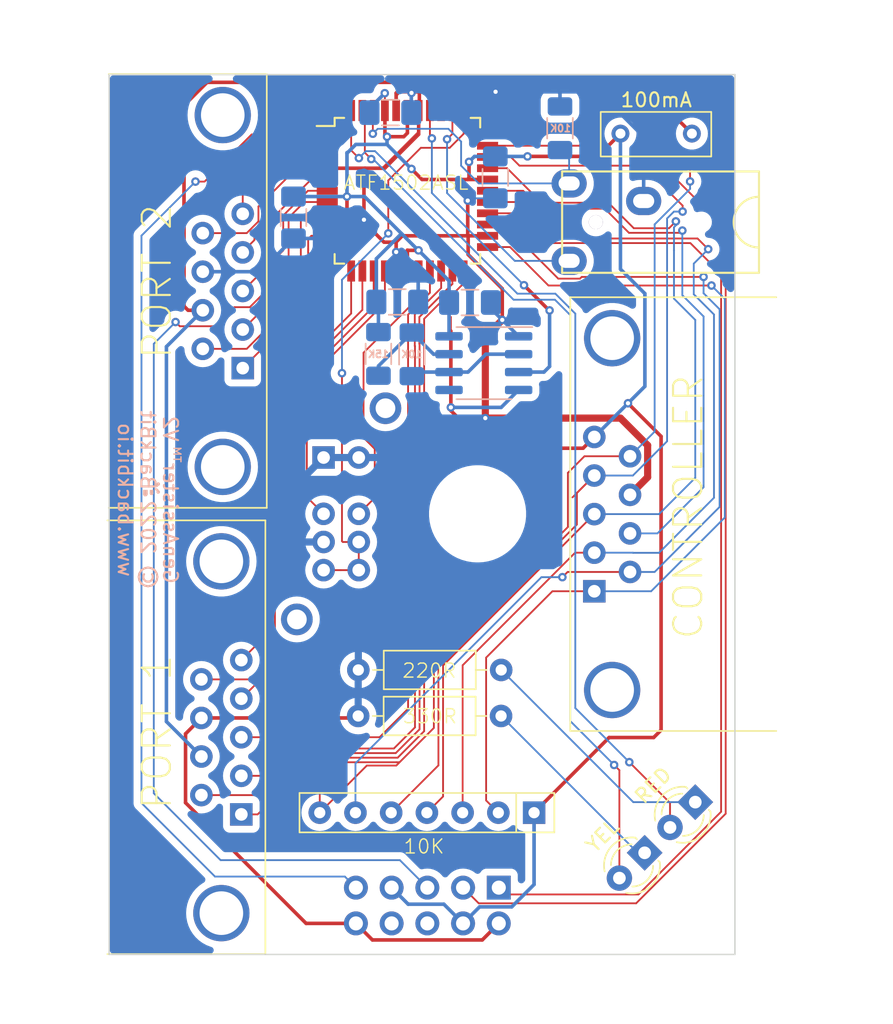
<source format=kicad_pcb>
(kicad_pcb (version 20221018) (generator pcbnew)
  (layers (0 "F.Cu" signal) (31 "B.Cu" signal) (34 "B.Paste" user) (35 "F.Paste" user) (36 "B.SilkS" user "B.Silkscreen") (37 "F.SilkS" user "F.Silkscreen") (38 "B.Mask" user) (39 "F.Mask" user) (44 "Edge.Cuts" user))
  (net 0 "")
  (net 1 "GND")
  (net 2 "VCC")
  (net 3 "DOWN")
  (net 4 "SELECT")
  (net 5 "UP")
  (net 6 "JOY1F2")
  (net 7 "JOY2F2")
  (net 8 "~{JOY1F}")
  (net 9 "~{JOY1R}")
  (net 10 "~{JOY1L}")
  (net 11 "~{JOY1D}")
  (net 12 "~{JOY1U}")
  (net 13 "~{JOY2F}")
  (net 14 "~{JOY2R}")
  (net 15 "~{JOY2L}")
  (net 16 "~{JOY2D}")
  (net 17 "~{JOY2U}")
  (net 18 "RIGHT")
  (net 19 "LEFT")
  (net 20 "TDI")
  (net 21 "TMS")
  (net 22 "TDO")
  (net 23 "TCK")
  (net 24 "STARTC")
  (net 25 "AB")
  (net 26 "JOY1F3")
  (net 27 "JOY2F3")
  (net 28 "SIG")
  (net 29 "SW1")
  (net 30 "ACT1")
  (net 31 "Net-(D1-K)")
  (net 32 "ACT2")
  (net 33 "Net-(D2-K)")
  (net 34 "MENU")
  (net 35 "LED")
  (net 36 "Net-(F1-Pad2)")
  (net 38 "~{SW2}")
  (net 40 "THRESH")
  (net 41 "DISCH")
  (net 42 "CLK")
  (net 43 "Net-(U3-CV)")
  (footprint "symbols:APEM_MHS233_2P3T" (layer "F.Cu") (at 98 101.5)
    (fp_text reference "U2" hide)
    (fp_text value "SW_DP3T" hide)
  )
  (footprint "symbols:DB9_FEMALE_D09S33E4GL00LF" (layer "F.Cu") (at 90.9 122.85 -90)
    (fp_text reference "JOUT1" hide)
    (fp_text value "DB9_Female" hide)
  )
  (footprint "symbols:DB9_FEMALE_D09S33E4GL00LF" (layer "F.Cu") (at 91 91.15 -90)
    (fp_text reference "JOUT2" hide)
    (fp_text value "DB9_Female" hide)
  )
  (footprint "MountingHole:MountingHole_6.4mm_M6" (layer "F.Cu") (at 107.7 101.5)
    (fp_text reference "H1" hide)
    (fp_text value "MountingHole" hide)
  )
  (footprint "AudioJack:STX-3000" (layer "F.Cu") (at 120.71 80.78 -90)
    (fp_text reference "J2" hide)
    (fp_text value "AudioJack3")
  )
  (footprint "Resistor_THT:R_Axial_DIN0207_L6.3mm_D2.5mm_P10.16mm_Horizontal" (layer "F.Cu") (at 99.21 115.86)
    (fp_text reference "R1" hide)
    (fp_text value "R" hide)
  )
  (footprint "LED_THT:LED_D3.0mm" (layer "F.Cu") (at 123.1798 121.97896 -135)
    (fp_text reference "D2" hide)
    (fp_text value "RED")
  )
  (footprint "LED_THT:LED_D3.0mm" (layer "F.Cu") (at 119.5798 125.57896 -135)
    (fp_text reference "D1" hide)
    (fp_text value "YEL")
  )
  (footprint "Connector_PinHeader_2.54mm:PinHeader_2x05_P2.54mm_Vertical" (layer "F.Cu") (at 109.2078 128.0536 -90)
    (fp_text reference "J1" hide)
    (fp_text value "AVR-JTAG-10" hide)
  )
  (footprint "Package_QFP:TQFP-44_10x10mm_P0.8mm" (layer "F.Cu") (at 102.71 78.55)
    (fp_text reference "U1" hide)
    (fp_text value "ATF1502AS" hide)
  )
  (footprint "symbols:Fuse" (layer "F.Cu") (at 117.86 74.49)
    (fp_text reference "F1" hide)
    (fp_text value "100mA")
  )
  (footprint "Resistor_THT:R_Array_SIP7" (layer "F.Cu") (at 111.71682 122.72838 180)
    (fp_text reference "RN1" hide)
    (fp_text value "10K" hide)
  )
  (footprint "Resistor_THT:R_Axial_DIN0207_L6.3mm_D2.5mm_P10.16mm_Horizontal" (layer "F.Cu") (at 99.22 112.59)
    (fp_text reference "R2" hide)
    (fp_text value "R" hide)
  )
  (footprint "symbols:DB9_MALE_D09P13B4PA00LF" (layer "B.Cu") (at 116 107 -90)
    (fp_text reference "JIN1" hide)
    (fp_text value "DB9_Male")
  )
  (footprint "Capacitor_SMD:C_1206_3216Metric_Pad1.42x1.75mm_HandSolder" (layer "B.Cu") (at 101.5 73)
    (fp_text reference "C1" hide)
    (fp_text value "C" hide)
  )
  (footprint "Capacitor_SMD:C_1206_3216Metric_Pad1.42x1.75mm_HandSolder" (layer "B.Cu") (at 101.99 86.45)
    (fp_text reference "C3" hide)
    (fp_text value "C" hide)
  )
  (footprint "Capacitor_SMD:C_1206_3216Metric_Pad1.42x1.75mm_HandSolder" (layer "B.Cu") (at 94.61 80.45 -90)
    (fp_text reference "C4" hide)
    (fp_text value "C" hide)
  )
  (footprint "Capacitor_SMD:C_1206_3216Metric_Pad1.42x1.75mm_HandSolder" (layer "B.Cu") (at 107.16 86.49)
    (fp_text reference "C5" hide)
    (fp_text value "C" hide)
  )
  (footprint "Capacitor_SMD:C_1206_3216Metric_Pad1.42x1.75mm_HandSolder" (layer "B.Cu") (at 108.96 77.6 -90)
    (fp_text reference "C2" hide)
    (fp_text value "C" hide)
  )
  (footprint "Resistor_SMD:R_1206_3216Metric_Pad1.30x1.75mm_HandSolder" (layer "B.Cu") (at 113.56 74.11 90)
    (fp_text reference "R4" hide)
    (fp_text value "10K")
  )
  (footprint "Resistor_SMD:R_1206_3216Metric_Pad1.30x1.75mm_HandSolder" (layer "B.Cu") (at 103.03 90.17 90)
    (fp_text reference "R3" hide)
    (fp_text value "10K")
  )
  (footprint "Resistor_SMD:R_1206_3216Metric_Pad1.30x1.75mm_HandSolder" (layer "B.Cu") (at 100.65 90.14 90)
    (fp_text reference "R5" hide)
    (fp_text value "15K")
  )
  (footprint "Package_SO:SOIC-8_3.9x4.9mm_P1.27mm" (layer "B.Cu") (at 108.145 90.795 180)
    (fp_text reference "U3" hide)
    (fp_text value "NE555D")
  )
  (gr_circle (center 84.077 100.1) (end 84.077 100.01) (stroke (width 0.15)) (fill none) (layer "B.SilkS"))
  (gr_circle (center 84.515 100.05) (end 84.515 99.973) (stroke (width 0.1)) (fill none) (layer "B.SilkS"))
  (gr_arc (start 84.968353 99.379775) (mid 84.924318 99.494941) (end 84.814679 99.551349) (stroke (width 0.15)) (layer "B.SilkS"))
  (gr_poly (pts (xy 84.64 99.8) (xy 84.39 99.8) (xy 84.39 100.075) (xy 84.64 100.075)) (fill solid) (layer "B.SilkS"))
  (gr_circle (center 84.99 99.95) (end 84.99 99.875) (stroke (width 0.1)) (fill none) (layer "B.SilkS"))
  (gr_arc (start 84.801562 99.752384) (mid 84.916728 99.796419) (end 84.973136 99.906058) (stroke (width 0.15)) (layer "B.SilkS"))
  (gr_circle (center 84.992773 99.38384) (end 84.992773 99.30884) (stroke (width 0.1)) (fill none) (layer "B.SilkS"))
  (gr_poly (pts (xy 84.24 99.8) (xy 83.915 99.8) (xy 83.915 100.125) (xy 84.24 100.125)) (fill solid) (layer "B.SilkS"))
  (gr_line (start 126 132.8) (end 81.5 132.8) (stroke (width 0.1)) (layer "Edge.Cuts"))
  (gr_line (start 126 70.3) (end 81.5 70.3) (stroke (width 0.1)) (layer "Edge.Cuts"))
  (gr_line (start 126 132.8) (end 126 70.3) (stroke (width 0.1)) (layer "Edge.Cuts"))
  (gr_line (start 81.5 132.8) (end 81.5 70.3) (stroke (width 0.1)) (layer "Edge.Cuts"))
  (gr_text "TM" (at 86.3346 97.282 270) (layer "B.SilkS") (effects (font (size 0.5 0.6) (thickness 0.1)) (justify mirror)))
  (gr_text "GenAssister  V2\n© 2022 BackBit\nwww.backbit.io\n" (at 84.247039 100.504429 -90) (layer "B.SilkS") (effects (font (size 1 1)) (justify mirror)))
  (gr_text "PORT 2" (at 84.9 85 90) (layer "F.SilkS") (effects (font (size 2 2))))
  (gr_text "PORT 1" (at 84.9 117 90) (layer "F.SilkS") (effects (font (size 2 2))))
  (gr_text "CONTROLLER" (at 122.682 101.0158 90) (layer "F.SilkS") (effects (font (size 2 2))))
  (gr_text "330R" (at 104.32 115.88) (layer "F.SilkS") (effects (font (size 1 1) (thickness 0.1))))
  (gr_text "10K" (at 103.89 125.13) (layer "F.SilkS") (effects (font (size 1 1) (thickness 0.1))))
  (gr_text "220R" (at 104.27 112.64) (layer "F.SilkS") (effects (font (size 1 1) (thickness 0.1))))
  (gr_text "ATF1502ASL" (at 102.616 77.978) (layer "F.SilkS") (effects (font (size 1 1) (thickness 0.1))))
  (segment (start 101.91 71.61) (end 101.91 72.85) (width 0.254) (layer "F.Cu") (net 1))
  (segment (start 101.91 71.83) (end 102.22 71.52) (width 0.127) (layer "F.Cu") (net 1))
  (segment (start 105.11 71.55) (end 105.14 71.52) (width 0.127) (layer "F.Cu") (net 1))
  (segment (start 101.1 76.95) (end 97.01 76.95) (width 0.254) (layer "F.Cu") (net 1))
  (segment (start 99.977902 76.95) (end 100.47 76.95) (width 0.127) (layer "F.Cu") (net 1))
  (segment (start 108.25 88.93) (end 109.455 87.725) (width 0.508) (layer "F.Cu") (net 1))
  (segment (start 86.933999 117.126001) (end 86.933999 122.020481) (width 0.254) (layer "F.Cu") (net 1))
  (segment (start 103.001624 71.601275) (end 103.082899 71.52) (width 0.254) (layer "F.Cu") (net 1))
  (segment (start 103.51 74.54) (end 101.1 76.95) (width 0.254) (layer "F.Cu") (net 1))
  (segment (start 103.56 72.8) (end 103.51 72.85) (width 0.254) (layer "F.Cu") (net 1))
  (segment (start 107 80.907902) (end 107 81.75) (width 0.127) (layer "F.Cu") (net 1))
  (segment (start 101.049519 82.206001) (end 99.62 80.776482) (width 0.254) (layer "F.Cu") (net 1))
  (segment (start 101.91 82.19) (end 101.666482 82.19) (width 0.254) (layer "F.Cu") (net 1))
  (segment (start 103.51 72.85) (end 103.51 74.54) (width 0.254) (layer "F.Cu") (net 1))
  (segment (start 119.793 96.633) (end 119.793 98.897) (width 0.508) (layer "F.Cu") (net 1))
  (segment (start 105.17 71.52) (end 103.56 71.52) (width 0.254) (layer "F.Cu") (net 1))
  (segment (start 103.56 71.52) (end 103.445 71.52) (width 0.254) (layer "F.Cu") (net 1))
  (segment (start 103.51 72.85) (end 103.51 74.35) (width 0.127) (layer "F.Cu") (net 1))
  (segment (start 117.86 94.7) (end 119.793 96.633) (width 0.508) (layer "F.Cu") (net 1))
  (segment (start 103.51 71.52) (end 105.14 71.52) (width 0.127) (layer "F.Cu") (net 1))
  (segment (start 105.17 71.52) (end 105.17 72.79) (width 0.254) (layer "F.Cu") (net 1))
  (segment (start 95.507118 130.5936) (end 99.0478 130.5936) (width 0.254) (layer "F.Cu") (net 1))
  (segment (start 109.455 87.725) (end 109.455 85.508966) (width 0.254) (layer "F.Cu") (net 1))
  (segment (start 102.22 71.52) (end 103.51 71.52) (width 0.127) (layer "F.Cu") (net 1))
  (segment (start 97.01 76.95) (end 99.7 76.95) (width 0.127) (layer "F.Cu") (net 1))
  (segment (start 88.06 116) (end 99.07 116) (width 0.254) (layer "F.Cu") (net 1))
  (segment (start 119.793 98.897) (end 118.54 100.15) (width 0.508) (layer "F.Cu") (net 1))
  (segment (start 101.650481 82.206001) (end 101.049519 82.206001) (width 0.254) (layer "F.Cu") (net 1))
  (segment (start 99.62 80.61) (end 99.62 77.03) (width 0.254) (layer "F.Cu") (net 1))
  (segment (start 103.56 71.52) (end 103.56 72.8) (width 0.254) (layer "F.Cu") (net 1))
  (segment (start 107 81.72) (end 107.03 81.75) (width 0.254) (layer "F.Cu") (net 1))
  (segment (start 106.17 71.52) (end 108.98 71.52) (width 0.127) (layer "F.Cu") (net 1))
  (segment (start 103.51 74.35) (end 100.91 76.95) (width 0.127) (layer "F.Cu") (net 1))
  (segment (start 108.41 81.75) (end 102.35 81.75) (width 0.254) (layer "F.Cu") (net 1))
  (segment (start 99.7 76.95) (end 99.977902 76.95) (width 0.127) (layer "F.Cu") (net 1))
  (segment (start 105.14 71.52) (end 106.17 71.52) (width 0.127) (layer "F.Cu") (net 1))
  (segment (start 101.91 72.85) (end 101.91 71.83) (width 0.127) (layer "F.Cu") (net 1))
  (segment (start 100.223801 131.769601) (end 108.031799 131.769601) (width 0.254) (layer "F.Cu") (net 1))
  (segment (start 108.25 94.7) (end 108.25 88.93) (width 0.508) (layer "F.Cu") (net 1))
  (segment (start 88.06 116) (end 86.933999 117.126001) (width 0.254) (layer "F.Cu") (net 1))
  (segment (start 105.11 72.85) (end 105.11 71.55) (width 0.127) (layer "F.Cu") (net 1))
  (segment (start 107.03 83.083966) (end 107.03 81.75) (width 0.254) (layer "F.Cu") (net 1))
  (segment (start 100.91 76.95) (end 100.47 76.95) (width 0.127) (layer "F.Cu") (net 1))
  (segment (start 108.41 81.75) (end 107 81.75) (width 0.127) (layer "F.Cu") (net 1))
  (segment (start 101.666482 82.19) (end 101.650481 82.206001) (width 0.254) (layer "F.Cu") (net 1))
  (segment (start 103.51 72.85) (end 103.51 71.52) (width 0.127) (layer "F.Cu") (net 1))
  (segment (start 107 79.25) (end 107 80.907902) (width 0.127) (layer "F.Cu") (net 1))
  (segment (start 109.455 85.508966) (end 107.03 83.083966) (width 0.254) (layer "F.Cu") (net 1))
  (segment (start 99.0478 130.5936) (end 100.223801 131.769601) (width 0.254) (layer "F.Cu") (net 1))
  (segment (start 108.41 81.75) (end 107.03 81.75) (width 0.127) (layer "F.Cu") (net 1))
  (segment (start 108.98 71.52) (end 105.17 71.52) (width 0.254) (layer "F.Cu") (net 1))
  (segment (start 101.91 82.19) (end 101.91 82.9) (width 0.254) (layer "F.Cu") (net 1))
  (segment (start 101.91 84.25) (end 101.91 82.9) (width 0.127) (layer "F.Cu") (net 1))
  (segment (start 108.031799 131.769601) (end 109.2078 130.5936) (width 0.254) (layer "F.Cu") (net 1))
  (segment (start 86.933999 122.020481) (end 95.507118 130.5936) (width 0.254) (layer "F.Cu") (net 1))
  (segment (start 99.07 116) (end 99.21 115.86) (width 0.254) (layer "F.Cu") (net 1))
  (segment (start 108.25 94.7) (end 117.86 94.7) (width 0.508) (layer "F.Cu") (net 1))
  (segment (start 102 71.52) (end 101.91 71.61) (width 0.254) (layer "F.Cu") (net 1))
  (segment (start 105.17 72.79) (end 105.11 72.85) (width 0.254) (layer "F.Cu") (net 1))
  (segment (start 103.445 71.52) (end 102 71.52) (width 0.254) (layer "F.Cu") (net 1))
  (segment (start 107 79.25) (end 107 81.72) (width 0.254) (layer "F.Cu") (net 1))
  (segment (start 102.35 81.75) (end 101.91 82.19) (width 0.254) (layer "F.Cu") (net 1))
  (segment (start 103.082899 71.52) (end 103.445 71.52) (width 0.254) (layer "F.Cu") (net 1))
  (segment (start 99.62 77.03) (end 99.7 76.95) (width 0.254) (layer "F.Cu") (net 1))
  (segment (start 99.62 80.776482) (end 99.62 80.61) (width 0.254) (layer "F.Cu") (net 1))
  (via (at 107 79.25) (size 0.6) (drill 0.3) (layers "F.Cu" "B.Cu") (net 1))
  (via (at 109.455 87.725) (size 0.6) (drill 0.3) (layers "F.Cu" "B.Cu") (net 1))
  (via (at 101.91 82.9) (size 0.6) (drill 0.3) (layers "F.Cu" "B.Cu") (net 1))
  (via (at 108.25 94.7) (size 0.6) (drill 0.3) (layers "F.Cu" "B.Cu") (net 1))
  (via (at 99.62 80.61) (size 0.6) (drill 0.3) (layers "F.Cu" "B.Cu") (net 1))
  (via (at 103.001624 71.601275) (size 0.6) (drill 0.3) (layers "F.Cu" "B.Cu") (net 1))
  (via (at 108.98 71.52) (size 0.6) (drill 0.3) (layers "F.Cu" "B.Cu") (net 1))
  (segment (start 119.51 79.28) (end 119.51 74.717718) (width 0.254) (layer "B.Cu") (net 1))
  (segment (start 108.6475 86.9175) (end 109.455 87.725) (width 0.254) (layer "B.Cu") (net 1))
  (segment (start 96.75 97.5) (end 99.25 97.5) (width 0.508) (layer "B.Cu") (net 1))
  (segment (start 103.4775 84.4675) (end 101.91 82.9) (width 0.254) (layer "B.Cu") (net 1))
  (segment (start 113.46 71.52) (end 108.98 71.52) (width 0.254) (layer "B.Cu") (net 1))
  (segment (start 98.2925 81.9375) (end 99.62 80.61) (width 0.254) (layer "B.Cu") (net 1))
  (segment (start 108.98 71.52) (end 113.64 71.52) (width 0.127) (layer "B.Cu") (net 1))
  (segment (start 102.9875 71.615399) (end 103.001624 71.601275) (width 0.254) (layer "B.Cu") (net 1))
  (segment (start 102.9875 73) (end 102.9875 71.615399) (width 0.254) (layer "B.Cu") (net 1))
  (segment (start 94.775 103.5) (end 94.775 106) (width 0.508) (layer "B.Cu") (net 1))
  (segment (start 94.775 106) (end 99.22 110.445) (width 0.508) (layer "B.Cu") (net 1))
  (segment (start 88.16 84.3) (end 92.2475 84.3) (width 0.254) (layer "B.Cu") (net 1))
  (segment (start 99.21 112.6) (end 99.22 112.59) (width 0.508) (layer "B.Cu") (net 1))
  (segment (start 92.2475 84.3) (end 94.61 81.9375) (width 0.254) (layer "B.Cu") (net 1))
  (segment (start 103.63 95.28) (end 104.21 94.7) (width 0.508) (layer "B.Cu") (net 1))
  (segment (start 99.22 110.445) (end 99.22 112.59) (width 0.508) (layer "B.Cu") (net 1))
  (segment (start 96.75 97.5) (end 94.775 99.475) (width 0.508) (layer "B.Cu") (net 1))
  (segment (start 107.1625 79.0875) (end 107 79.25) (width 0.127) (layer "B.Cu") (net 1))
  (segment (start 94.775 99.475) (end 94.775 103.5) (width 0.508) (layer "B.Cu") (net 1))
  (segment (start 113.56 72.56) (end 113.56 71.62) (width 0.254) (layer "B.Cu") (net 1))
  (segment (start 113.56 71.62) (end 113.46 71.52) (width 0.254) (layer "B.Cu") (net 1))
  (segment (start 113.56 71.6) (end 113.64 71.52) (width 0.127) (layer "B.Cu") (net 1))
  (segment (start 109.455 87.725) (end 110.62 88.89) (width 0.254) (layer "B.Cu") (net 1))
  (segment (start 104.21 94.7) (end 108.25 94.7) (width 0.508) (layer "B.Cu") (net 1))
  (segment (start 94.61 81.9375) (end 98.2925 81.9375) (width 0.254) (layer "B.Cu") (net 1))
  (segment (start 108.96 79.0875) (end 107.1625 79.0875) (width 0.127) (layer "B.Cu") (net 1))
  (segment (start 108.6475 86.49) (end 108.6475 86.9175) (width 0.254) (layer "B.Cu") (net 1))
  (segment (start 99.21 115.86) (end 99.21 112.6) (width 0.508) (layer "B.Cu") (net 1))
  (segment (start 119.51 74.717718) (end 116.312282 71.52) (width 0.254) (layer "B.Cu") (net 1))
  (segment (start 101.41 97.5) (end 103.63 95.28) (width 0.508) (layer "B.Cu") (net 1))
  (segment (start 99.25 97.5) (end 101.41 97.5) (width 0.508) (layer "B.Cu") (net 1))
  (segment (start 95.15 103.5) (end 94.775 103.5) (width 0.508) (layer "B.Cu") (net 1))
  (segment (start 116.312282 71.52) (end 113.46 71.52) (width 0.254) (layer "B.Cu") (net 1))
  (segment (start 103.502974 86.424526) (end 103.4775 86.45) (width 0.254) (layer "B.Cu") (net 1))
  (segment (start 113.56 72.56) (end 113.56 71.6) (width 0.127) (layer "B.Cu") (net 1))
  (segment (start 103.4775 86.45) (end 103.4775 84.4675) (width 0.254) (layer "B.Cu") (net 1))
  (segment (start 96.75 103.5) (end 95.15 103.5) (width 0.508) (layer "B.Cu") (net 1))
  (segment (start 107.091001 76.5) (end 107.091001 77.638999) (width 0.254) (layer "F.Cu") (net 2))
  (segment (start 117.86 74.49) (end 116.24 76.11) (width 0.254) (layer "F.Cu") (net 2))
  (segment (start 102.722796 82.782796) (end 103.502974 82.782796) (width 0.254) (layer "F.Cu") (net 2))
  (segment (start 115.200001 96.839999) (end 116 96.04) (width 0.254) (layer "F.Cu") (net 2))
  (segment (start 103.75 77.75) (end 103 77) (width 0.254) (layer "F.Cu") (net 2))
  (segment (start 105.8 88.51) (end 105.8 93.94) (width 0.254) (layer "F.Cu") (net 2))
  (segment (start 102.71 84.25) (end 102.71 82.77) (width 0.254) (layer "F.Cu") (net 2))
  (segment (start 105.8 93.17) (end 105.8 87.51) (width 0.127) (layer "F.Cu") (net 2))
  (segment (start 101.11 74.56) (end 101.26 74.71) (width 0.254) (layer "F.Cu") (net 2))
  (segment (start 107.091001 77.638999) (end 106.98 77.75) (width 0.254) (layer "F.Cu") (net 2))
  (segment (start 105.8 93.94) (end 105.8 94.17) (width 0.254) (layer "F.Cu") (net 2))
  (segment (start 117.0552 117.39) (end 120.22 117.39) (width 0.254) (layer "F.Cu") (net 2))
  (segment (start 102.45 74.71) (end 101.26 74.71) (width 0.254) (layer "F.Cu") (net 2))
  (segment (start 106.98 77.75) (end 103.75 77.75) (width 0.127) (layer "F.Cu") (net 2))
  (segment (start 120.75 96) (end 118.395 93.645) (width 0.254) (layer "F.Cu") (net 2))
  (segment (start 101.11 72.85) (end 101.11 71.63) (width 0.127) (layer "F.Cu") (net 2))
  (segment (start 120.75 116.86) (end 120.75 96) (width 0.254) (layer "F.Cu") (net 2))
  (segment (start 105.8 94.17) (end 108.469999 96.839999) (width 0.254) (layer "F.Cu") (net 2))
  (segment (start 101.11 72.85) (end 101.11 74.56) (width 0.254) (layer "F.Cu") (net 2))
  (segment (start 108.469999 96.839999) (end 115.200001 96.839999) (width 0.254) (layer "F.Cu") (net 2))
  (segment (start 116.24 76.11) (end 111.25 76.11) (width 0.254) (layer "F.Cu") (net 2))
  (segment (start 102.71 82.77) (end 102.722796 82.782796) (width 0.254) (layer "F.Cu") (net 2))
  (segment (start 98.28 80.95) (end 98.4125 80.8175) (width 0.254) (layer "F.Cu") (net 2))
  (segment (start 120.22 117.39) (end 120.75 116.86) (width 0.254) (layer "F.Cu") (net 2))
  (segment (start 98.4125 80.8175) (end 98.4125 78.9625) (width 0.254) (layer "F.Cu") (net 2))
  (segment (start 97.01 80.95) (end 98.28 80.95) (width 0.254) (layer "F.Cu") (net 2))
  (segment (start 101.11 71.63) (end 101.1 71.62) (width 0.127) (layer "F.Cu") (net 2))
  (segment (start 106.98 77.75) (end 108.41 77.75) (width 0.127) (layer "F.Cu") (net 2))
  (segment (start 108.41 77.75) (end 103.75 77.75) (width 0.254) (layer "F.Cu") (net 2))
  (segment (start 111.71682 122.72838) (end 117.0552 117.39) (width 0.254) (layer "F.Cu") (net 2))
  (segment (start 102.71 74.45) (end 102.45 74.71) (width 0.254) (layer "F.Cu") (net 2))
  (segment (start 102.71 72.85) (end 102.71 74.45) (width 0.254) (layer "F.Cu") (net 2))
  (via (at 98.4125 78.9625) (size 0.6) (drill 0.3) (layers "F.Cu" "B.Cu") (net 2))
  (via (at 103 77) (size 0.6) (drill 0.3) (layers "F.Cu" "B.Cu") (net 2))
  (via (at 101.1 71.62) (size 0.6) (drill 0.3) (layers "F.Cu" "B.Cu") (net 2))
  (via (at 118.395 93.645) (size 0.6) (drill 0.3) (layers "F.Cu" "B.Cu") (net 2))
  (via (at 103.502974 82.782796) (size 0.6) (drill 0.3) (layers "F.Cu" "B.Cu") (net 2))
  (via (at 105.8 93.94) (size 0.6) (drill 0.3) (layers "F.Cu" "B.Cu") (net 2))
  (via (at 101.26 74.71) (size 0.6) (drill 0.3) (layers "F.Cu" "B.Cu") (net 2))
  (via (at 111.25 76.11) (size 0.6) (drill 0.3) (layers "F.Cu" "B.Cu") (net 2))
  (via (at 107.091001 76.5) (size 0.6) (drill 0.3) (layers "F.Cu" "B.Cu") (net 2))
  (segment (start 101.26 75.26) (end 99.04 75.26) (width 0.254) (layer "B.Cu") (net 2))
  (segment (start 102.308241 81.611759) (end 103.479278 82.782796) (width 0.254) (layer "B.Cu") (net 2))
  (segment (start 107.478501 76.1125) (end 107.091001 76.5) (width 0.254) (layer "B.Cu") (net 2))
  (segment (start 106.6678 130.5936) (end 105.303801 129.229601) (width 0.254) (layer "B.Cu") (net 2))
  (segment (start 100.65 88.59) (end 100.65 86.5975) (width 0.254) (layer "B.Cu") (net 2))
  (segment (start 105.6725 86.49) (end 105.6725 88.8875) (width 0.254) (layer "B.Cu") (net 2))
  (segment (start 105.6725 86.49) (end 105.6725 84.952322) (width 0.254) (layer "B.Cu") (net 2))
  (segment (start 105.6725 84.952322) (end 103.502974 82.782796) (width 0.254) (layer "B.Cu") (net 2))
  (segment (start 98.4125 78.9625) (end 99.658982 78.9625) (width 0.254) (layer "B.Cu") (net 2))
  (segment (start 100.56 86.3925) (end 100.5025 86.45) (width 0.127) (layer "B.Cu") (net 2))
  (segment (start 101.26 74.71) (end 101.26 75.26) (width 0.254) (layer "B.Cu") (net 2))
  (segment (start 108.96 76.1125) (end 111.2475 76.1125) (width 0.254) (layer "B.Cu") (net 2))
  (segment (start 117.86 84.12) (end 117.86 74.49) (width 0.254) (layer "B.Cu") (net 2))
  (segment (start 119.596001 85.856001) (end 117.86 84.12) (width 0.254) (layer "B.Cu") (net 2))
  (segment (start 103.479278 82.782796) (end 103.502974 82.782796) (width 0.254) (layer "B.Cu") (net 2))
  (segment (start 118.395 93.645) (end 116 96.04) (width 0.127) (layer "B.Cu") (net 2))
  (segment (start 99.04 75.26) (end 98.4125 75.8875) (width 0.254) (layer "B.Cu") (net 2))
  (segment (start 108.96 76.1125) (end 107.478501 76.1125) (width 0.254) (layer "B.Cu") (net 2))
  (segment (start 109.38 93.94) (end 105.8 93.94) (width 0.254) (layer "B.Cu") (net 2))
  (segment (start 110.62 92.7) (end 109.38 93.94) (width 0.254) (layer "B.Cu") (net 2))
  (segment (start 98.4125 75.8875) (end 98.4125 78.9625) (width 0.127) (layer "B.Cu") (net 2))
  (segment (start 116 96.04) (end 119.596001 92.443999) (width 0.254) (layer "B.Cu") (net 2))
  (segment (start 111.71682 127.831382) (end 111.71682 122.72838) (width 0.254) (layer "B.Cu") (net 2))
  (segment (start 102.763801 129.229601) (end 101.5878 128.0536) (width 0.254) (layer "B.Cu") (net 2))
  (segment (start 111.2475 76.1125) (end 111.25 76.11) (width 0.254) (layer "B.Cu") (net 2))
  (segment (start 100.5025 86.45) (end 100.5025 83.381018) (width 0.254) (layer "B.Cu") (net 2))
  (segment (start 107.843801 129.417599) (end 110.130603 129.417599) (width 0.254) (layer "B.Cu") (net 2))
  (segment (start 98.4125 75.841558) (end 98.4125 75.8875) (width 0.127) (layer "B.Cu") (net 2))
  (segment (start 100.65 86.5975) (end 100.5025 86.45) (width 0.254) (layer "B.Cu") (net 2))
  (segment (start 100.0125 73) (end 100.0125 72.7075) (width 0.254) (layer "B.Cu") (net 2))
  (segment (start 98.4125 75.841558) (end 98.4125 78.9625) (width 0.254) (layer "B.Cu") (net 2))
  (segment (start 119.596001 92.443999) (end 119.596001 85.856001) (width 0.254) (layer "B.Cu") (net 2))
  (segment (start 100.0125 72.7075) (end 101.1 71.62) (width 0.254) (layer "B.Cu") (net 2))
  (segment (start 106.6678 130.5936) (end 107.843801 129.417599) (width 0.254) (layer "B.Cu") (net 2))
  (segment (start 100.5025 83.381018) (end 102.271759 81.611759) (width 0.254) (layer "B.Cu") (net 2))
  (segment (start 102.271759 81.611759) (end 102.308241 81.611759) (width 0.254) (layer "B.Cu") (net 2))
  (segment (start 110.130603 129.417599) (end 111.71682 127.831382) (width 0.254) (layer "B.Cu") (net 2))
  (segment (start 94.61 78.9625) (end 98.4125 78.9625) (width 0.254) (layer "B.Cu") (net 2))
  (segment (start 101.26 75.26) (end 103 77) (width 0.254) (layer "B.Cu") (net 2))
  (segment (start 99.658982 78.9625) (end 102.308241 81.611759) (width 0.254) (layer "B.Cu") (net 2))
  (segment (start 105.303801 129.229601) (end 102.763801 129.229601) (width 0.254) (layer "B.Cu") (net 2))
  (segment (start 105.6725 88.8875) (end 105.67 88.89) (width 0.254) (layer "B.Cu") (net 2))
  (segment (start 110.55 79.35) (end 113.14148 81.94148) (width 0.127) (layer "F.Cu") (net 3))
  (segment (start 108.41 79.35) (end 110.55 79.35) (width 0.127) (layer "F.Cu") (net 3))
  (segment (start 106.63682 112.260178) (end 114.636998 104.26) (width 0.127) (layer "F.Cu") (net 3))
  (segment (start 106.63682 122.72838) (end 106.63682 112.260178) (width 0.127) (layer "F.Cu") (net 3))
  (segment (start 113.14148 81.94148) (end 123.34148 81.94148) (width 0.127) (layer "F.Cu") (net 3))
  (segment (start 123.34148 81.94148) (end 124.1 82.7) (width 0.127) (layer "F.Cu") (net 3))
  (segment (start 114.636998 104.26) (end 116 104.26) (width 0.127) (layer "F.Cu") (net 3))
  (via (at 124.1 82.7) (size 0.6) (drill 0.3) (layers "F.Cu" "B.Cu") (net 3))
  (segment (start 123.07 85.9) (end 123.315 86.145) (width 0.127) (layer "B.Cu") (net 3))
  (segment (start 120.6 104.27) (end 124.51 100.36) (width 0.127) (layer "B.Cu") (net 3))
  (segment (start 118.752502 104.27) (end 120.6 104.27) (width 0.127) (layer "B.Cu") (net 3))
  (segment (start 123.07 83.73) (end 123.07 85.9) (width 0.127) (layer "B.Cu") (net 3))
  (segment (start 124.1 82.7) (end 123.07 83.73) (width 0.127) (layer "B.Cu") (net 3))
  (segment (start 124.51 100.36) (end 124.51 87.34) (width 0.127) (layer "B.Cu") (net 3))
  (segment (start 124.51 87.34) (end 123.315 86.145) (width 0.127) (layer "B.Cu") (net 3))
  (segment (start 116 104.26) (end 118.742502 104.26) (width 0.127) (layer "B.Cu") (net 3))
  (segment (start 118.742502 104.26) (end 118.752502 104.27) (width 0.127) (layer "B.Cu") (net 3))
  (segment (start 118.465102 81.540102) (end 122.099134 81.540102) (width 0.127) (layer "F.Cu") (net 4))
  (segment (start 112.213954 79.825) (end 116.75 79.825) (width 0.127) (layer "F.Cu") (net 4))
  (segment (start 122.099134 81.540102) (end 122.260256 81.37898) (width 0.127) (layer "F.Cu") (net 4))
  (segment (start 116.75 79.825) (end 118.465102 81.540102) (width 0.127) (layer "F.Cu") (net 4))
  (segment (start 110.938954 78.55) (end 112.213954 79.825) (width 0.127) (layer "F.Cu") (net 4))
  (segment (start 108.41 78.55) (end 110.938954 78.55) (width 0.127) (layer "F.Cu") (net 4))
  (via (at 122.260256 81.37898) (size 0.6) (drill 0.3) (layers "F.Cu" "B.Cu") (net 4))
  (segment (start 123.77 87.479488) (end 122.260256 85.969744) (width 0.127) (layer "B.Cu") (net 4))
  (segment (start 123.77 99.61) (end 123.77 87.479488) (width 0.127) (layer "B.Cu") (net 4))
  (segment (start 122.260256 81.37898) (end 122.260256 85.729744) (width 0.127) (layer "B.Cu") (net 4))
  (segment (start 122.260256 85.729744) (end 122.260256 85.969744) (width 0.127) (layer "B.Cu") (net 4))
  (segment (start 118.54 102.89) (end 120.49 102.89) (width 0.127) (layer "B.Cu") (net 4))
  (segment (start 120.49 102.89) (end 123.77 99.61) (width 0.127) (layer "B.Cu") (net 4))
  (segment (start 109.17682 122.72838) (end 108.307499 121.859059) (width 0.127) (layer "F.Cu") (net 5))
  (segment (start 108.41 82.55) (end 110.01 82.55) (width 0.127) (layer "F.Cu") (net 5))
  (segment (start 108.307499 121.859059) (end 108.307499 111.714501) (width 0.127) (layer "F.Cu") (net 5))
  (segment (start 113.022 107) (end 116 107) (width 0.127) (layer "F.Cu") (net 5))
  (segment (start 110.01 82.55) (end 112.741999 85.281999) (width 0.127) (layer "F.Cu") (net 5))
  (segment (start 112.741999 85.281999) (end 124.331999 85.281999) (width 0.127) (layer "F.Cu") (net 5))
  (segment (start 108.307499 111.714501) (end 113.022 107) (width 0.127) (layer "F.Cu") (net 5))
  (via (at 124.331999 85.281999) (size 0.6) (drill 0.3) (layers "F.Cu" "B.Cu") (net 5))
  (segment (start 125.28 86.23) (end 124.331999 85.281999) (width 0.127) (layer "B.Cu") (net 5))
  (segment (start 120.04 107) (end 125.28 101.76) (width 0.127) (layer "B.Cu") (net 5))
  (segment (start 125.28 101.76) (end 125.28 86.23) (width 0.127) (layer "B.Cu") (net 5))
  (segment (start 116 107) (end 120.04 107) (width 0.127) (layer "B.Cu") (net 5))
  (segment (start 92.79 93.73) (end 99.51 87.01) (width 0.127) (layer "F.Cu") (net 6))
  (segment (start 91.61899 113.26) (end 92.79 112.08899) (width 0.127) (layer "F.Cu") (net 6))
  (segment (start 99.51 87.01) (end 99.51 84.25) (width 0.127) (layer "F.Cu") (net 6))
  (segment (start 88.06 113.26) (end 91.61899 113.26) (width 0.127) (layer "F.Cu") (net 6))
  (segment (start 92.79 112.08899) (end 92.79 93.73) (width 0.127) (layer "F.Cu") (net 6))
  (segment (start 95.636098 76.15) (end 92.117501 79.668597) (width 0.127) (layer "F.Cu") (net 7))
  (segment (start 92.117501 80.726401) (end 91.283902 81.56) (width 0.127) (layer "F.Cu") (net 7))
  (segment (start 92.117501 79.668597) (end 92.117501 80.726401) (width 0.127) (layer "F.Cu") (net 7))
  (segment (start 91.283902 81.56) (end 88.16 81.56) (width 0.127) (layer "F.Cu") (net 7))
  (segment (start 97.01 76.15) (end 95.636098 76.15) (width 0.127) (layer "F.Cu") (net 7))
  (segment (start 88.06 121.48) (end 92.831046 121.48) (width 0.127) (layer "F.Cu") (net 8))
  (segment (start 95.815036 118.49601) (end 101.882945 118.49601) (width 0.127) (layer "F.Cu") (net 8))
  (segment (start 103.57399 116.804965) (end 103.57399 89.44399) (width 0.127) (layer "F.Cu") (net 8))
  (segment (start 92.831046 121.48) (end 95.815036 118.49601) (width 0.127) (layer "F.Cu") (net 8))
  (segment (start 105.91 85.17) (end 105.91 84.25) (width 0.127) (layer "F.Cu") (net 8))
  (segment (start 103.56 87.52) (end 105.91 85.17) (width 0.127) (layer "F.Cu") (net 8))
  (segment (start 103.56 89.43) (end 103.56 87.52) (width 0.127) (layer "F.Cu") (net 8))
  (segment (start 103.57399 89.44399) (end 103.56 89.43) (width 0.127) (layer "F.Cu") (net 8))
  (segment (start 101.882945 118.49601) (end 103.57399 116.804965) (width 0.127) (layer "F.Cu") (net 8))
  (segment (start 93.29 112.24) (end 90.9 114.63) (width 0.127) (layer "F.Cu") (net 9))
  (segment (start 93.29 93.791172) (end 93.29 112.24) (width 0.127) (layer "F.Cu") (net 9))
  (segment (start 100.31 84.25) (end 100.31 86.771172) (width 0.127) (layer "F.Cu") (net 9))
  (segment (start 100.31 86.771172) (end 93.29 93.791172) (width 0.127) (layer "F.Cu") (net 9))
  (segment (start 104.31 84.25) (end 104.31 85.798954) (width 0.127) (layer "F.Cu") (net 10))
  (segment (start 102.75797 115.34203) (end 100.73 117.37) (width 0.127) (layer "F.Cu") (net 10))
  (segment (start 102.757971 87.350983) (end 102.75797 115.34203) (width 0.127) (layer "F.Cu") (net 10))
  (segment (start 100.73 117.37) (end 90.9 117.37) (width 0.127) (layer "F.Cu") (net 10))
  (segment (start 104.31 85.798954) (end 102.757971 87.350983) (width 0.127) (layer "F.Cu") (net 10))
  (segment (start 103.24798 116.669928) (end 103.24798 89.579027) (width 0.127) (layer "F.Cu") (net 11))
  (segment (start 103.23399 87.33601) (end 105.11 85.46) (width 0.127) (layer "F.Cu") (net 11))
  (segment (start 93.74 120.11) (end 95.68 118.17) (width 0.127) (layer "F.Cu") (net 11))
  (segment (start 103.24798 89.579027) (end 103.23399 89.565037) (width 0.127) (layer "F.Cu") (net 11))
  (segment (start 101.747908 118.17) (end 103.24798 116.669928) (width 0.127) (layer "F.Cu") (net 11))
  (segment (start 95.68 118.17) (end 101.747908 118.17) (width 0.127) (layer "F.Cu") (net 11))
  (segment (start 90.9 120.11) (end 93.74 120.11) (width 0.127) (layer "F.Cu") (net 11))
  (segment (start 103.23399 89.565037) (end 103.23399 87.33601) (width 0.127) (layer "F.Cu") (net 11))
  (segment (start 105.11 85.46) (end 105.11 84.25) (width 0.127) (layer "F.Cu") (net 11))
  (segment (start 103.9 116.94) (end 103.9 87.647498) (width 0.127) (layer "F.Cu") (net 12))
  (segment (start 106.71 85.127) (end 106.71 84.25) (width 0.127) (layer "F.Cu") (net 12))
  (segment (start 105.677 86.16) (end 106.71 85.127) (width 0.127) (layer "F.Cu") (net 12))
  (segment (start 102.01798 118.82202) (end 103.9 116.94) (width 0.127) (layer "F.Cu") (net 12))
  (segment (start 103.9 87.647498) (end 105.387498 86.16) (width 0.127) (layer "F.Cu") (net 12))
  (segment (start 105.387498 86.16) (end 105.677 86.16) (width 0.127) (layer "F.Cu") (net 12))
  (segment (start 92.06 122.85) (end 96.08798 118.82202) (width 0.127) (layer "F.Cu") (net 12))
  (segment (start 96.08798 118.82202) (end 102.01798 118.82202) (width 0.127) (layer "F.Cu") (net 12))
  (segment (start 90.9 122.85) (end 92.06 122.85) (width 0.127) (layer "F.Cu") (net 12))
  (segment (start 95.654414 82.894414) (end 95.654414 82.634414) (width 0.127) (layer "F.Cu") (net 13))
  (segment (start 95.654414 81.975586) (end 95.654414 82.894414) (width 0.127) (layer "F.Cu") (net 13))
  (segment (start 95.88 81.75) (end 95.654414 81.975586) (width 0.127) (layer "F.Cu") (net 13))
  (segment (start 97.01 81.75) (end 95.88 81.75) (width 0.127) (layer "F.Cu") (net 13))
  (segment (start 91.283902 89.78) (end 95.654414 85.409488) (width 0.127) (layer "F.Cu") (net 13))
  (segment (start 95.654414 85.409488) (end 95.654414 82.894414) (width 0.127) (layer "F.Cu") (net 13))
  (segment (start 88.16 89.78) (end 91.283902 89.78) (width 0.127) (layer "F.Cu") (net 13))
  (segment (start 91.8315 81.782402) (end 91.8315 82.0515) (width 0.127) (layer "F.Cu") (net 14))
  (segment (start 91 82.883) (end 91 82.93) (width 0.127) (layer "F.Cu") (net 14))
  (segment (start 97.01 77.75) (end 95.863902 77.75) (width 0.127) (layer "F.Cu") (net 14))
  (segment (start 91.8315 82.0515) (end 91 82.883) (width 0.127) (layer "F.Cu") (net 14))
  (segment (start 95.863902 77.75) (end 91.8315 81.782402) (width 0.127) (layer "F.Cu") (net 14))
  (segment (start 97.01 78.55) (end 95.64 78.55) (width 0.127) (layer "F.Cu") (net 15))
  (segment (start 95.64 78.55) (end 93.88 80.31) (width 0.127) (layer "F.Cu") (net 15))
  (segment (start 93.88 82.79) (end 91 85.67) (width 0.127) (layer "F.Cu") (net 15))
  (segment (start 93.88 80.31) (end 93.88 82.79) (width 0.127) (layer "F.Cu") (net 15))
  (segment (start 95.13 80.6) (end 95.13 84.28) (width 0.127) (layer "F.Cu") (net 16))
  (segment (start 97.01 80.15) (end 95.58 80.15) (width 0.127) (layer "F.Cu") (net 16))
  (segment (start 95.58 80.15) (end 95.13 80.6) (width 0.127) (layer "F.Cu") (net 16))
  (segment (start 95.13 84.28) (end 91 88.41) (width 0.127) (layer "F.Cu") (net 16))
  (segment (start 97.01 82.55) (end 97.01 85.14) (width 0.127) (layer "F.Cu") (net 17))
  (segment (start 97.01 85.14) (end 91 91.15) (width 0.127) (layer "F.Cu") (net 17))
  (segment (start 104.91601 119.36919) (end 104.91601 112.142944) (width 0.127) (layer "F.Cu") (net 18))
  (segment (start 104.91601 112.142944) (end 110.82 106.238954) (width 0.127) (layer "F.Cu") (net 18))
  (segment (start 110.82 106.238954) (end 110.82 106.2) (width 0.127) (layer "F.Cu") (net 18))
  (segment (start 114.76 102.26) (end 114.76 100.02) (width 0.127) (layer "F.Cu") (net 18))
  (segment (start 116 98.78) (end 114.45 100.33) (width 0.127) (layer "F.Cu") (net 18))
  (segment (start 110.82 106.2) (end 114.76 102.26) (width 0.127) (layer "F.Cu") (net 18))
  (segment (start 110.678536 76.76749) (end 119.441754 76.76749) (width 0.127) (layer "F.Cu") (net 18))
  (segment (start 101.55682 122.72838) (end 104.91601 119.36919) (width 0.127) (layer "F.Cu") (net 18))
  (segment (start 119.441754 76.76749) (end 122.28 79.605736) (width 0.127) (layer "F.Cu") (net 18))
  (segment (start 108.41 76.15) (end 110.061046 76.15) (width 0.127) (layer "F.Cu") (net 18))
  (segment (start 110.061046 76.15) (end 110.678536 76.76749) (width 0.127) (layer "F.Cu") (net 18))
  (segment (start 122.28 79.605736) (end 122.28 80.03) (width 0.127) (layer "F.Cu") (net 18))
  (segment (start 114.76 100.02) (end 116 98.78) (width 0.127) (layer "F.Cu") (net 18))
  (via (at 122.28 80.03) (size 0.6) (drill 0.3) (layers "F.Cu" "B.Cu") (net 18))
  (segment (start 118.742502 98.78) (end 116 98.78) (width 0.127) (layer "B.Cu") (net 18))
  (segment (start 121.175532 96.34697) (end 118.742502 98.78) (width 0.127) (layer "B.Cu") (net 18))
  (segment (start 121.175532 80.517831) (end 121.175532 96.34697) (width 0.127) (layer "B.Cu") (net 18))
  (segment (start 121.663363 80.03) (end 121.175532 80.517831) (width 0.127) (layer "B.Cu") (net 18))
  (segment (start 122.28 80.03) (end 121.663363 80.03) (width 0.127) (layer "B.Cu") (net 18))
  (segment (start 105.24601 112.27399) (end 111.605 105.915) (width 0.127) (layer "F.Cu") (net 19))
  (segment (start 105.24601 121.57919) (end 105.24601 112.27399) (width 0.127) (layer "F.Cu") (net 19))
  (segment (start 109.8 76.95) (end 112.25 79.4) (width 0.127) (layer "F.Cu") (net 19))
  (segment (start 112.25 79.4) (end 116.996816 79.4) (width 0.127) (layer "F.Cu") (net 19))
  (segment (start 111.605 105.915) (end 116 101.52) (width 0.127) (layer "F.Cu") (net 19))
  (segment (start 104.09682 122.72838) (end 105.24601 121.57919) (width 0.127) (layer "F.Cu") (net 19))
  (segment (start 116.996816 79.4) (end 118.810908 81.214092) (width 0.127) (layer "F.Cu") (net 19))
  (segment (start 108.41 76.95) (end 109.8 76.95) (width 0.127) (layer "F.Cu") (net 19))
  (segment (start 118.810908 81.214092) (end 121.311773 81.214092) (width 0.127) (layer "F.Cu") (net 19))
  (segment (start 121.311773 81.214092) (end 121.800023 80.725842) (width 0.127) (layer "F.Cu") (net 19))
  (via (at 121.800023 80.725842) (size 0.6) (drill 0.3) (layers "F.Cu" "B.Cu") (net 19))
  (segment (start 121.81 80.735819) (end 121.81 80.996734) (width 0.127) (layer "B.Cu") (net 19))
  (segment (start 121.666033 81.140701) (end 121.666033 82.783967) (width 0.127) (layer "B.Cu") (net 19))
  (segment (start 123.18 87.727934) (end 121.666033 86.213967) (width 0.127) (layer "B.Cu") (net 19))
  (segment (start 123.18 98.94) (end 123.18 87.727934) (width 0.127) (layer "B.Cu") (net 19))
  (segment (start 116 101.52) (end 120.6 101.52) (width 0.127) (layer "B.Cu") (net 19))
  (segment (start 121.800023 80.725842) (end 121.81 80.735819) (width 0.127) (layer "B.Cu") (net 19))
  (segment (start 120.6 101.52) (end 123.18 98.94) (width 0.127) (layer "B.Cu") (net 19))
  (segment (start 121.666033 86.213967) (end 121.666033 82.783967) (width 0.127) (layer "B.Cu") (net 19))
  (segment (start 121.81 80.996734) (end 121.666033 81.140701) (width 0.127) (layer "B.Cu") (net 19))
  (segment (start 97.01 74.55) (end 91.634902 74.55) (width 0.127) (layer "F.Cu") (net 20))
  (segment (start 88.284902 77.9) (end 87.64 77.9) (width 0.127) (layer "F.Cu") (net 20))
  (segment (start 91.634902 74.55) (end 88.284902 77.9) (width 0.127) (layer "F.Cu") (net 20))
  (via (at 87.64 77.9) (size 0.6) (drill 0.3) (layers "F.Cu" "B.Cu") (net 20))
  (segment (start 83.8 122.041047) (end 89.026062 127.267109) (width 0.127) (layer "B.Cu") (net 20))
  (segment (start 87.64 77.9) (end 83.8 81.74) (width 0.127) (layer "B.Cu") (net 20))
  (segment (start 89.026062 127.267109) (end 98.261309 127.267109) (width 0.127) (layer "B.Cu") (net 20))
  (segment (start 83.8 81.74) (end 83.8 122.041047) (width 0.127) (layer "B.Cu") (net 20))
  (segment (start 98.261309 127.267109) (end 99.0478 128.0536) (width 0.127) (layer "B.Cu") (net 20))
  (segment (start 86.225 87.875) (end 86.524999 88.174999) (width 0.127) (layer "F.Cu") (net 21))
  (segment (start 90.405001 86.819999) (end 91.503903 86.819999) (width 0.127) (layer "F.Cu") (net 21))
  (segment (start 94.26101 84.062892) (end 94.26101 82.56101) (width 0.127) (layer "F.Cu") (net 21))
  (segment (start 97.01 79.35) (end 95.378828 79.35) (width 0.127) (layer "F.Cu") (net 21))
  (segment (start 89.050001 88.174999) (end 90.405001 86.819999) (width 0.127) (layer "F.Cu") (net 21))
  (segment (start 94.26101 80.467818) (end 94.26101 82.56101) (width 0.127) (layer "F.Cu") (net 21))
  (segment (start 95.378828 79.35) (end 94.26101 80.467818) (width 0.127) (layer "F.Cu") (net 21))
  (segment (start 86.524999 88.174999) (end 89.050001 88.174999) (width 0.127) (layer "F.Cu") (net 21))
  (segment (start 91.503903 86.819999) (end 94.26101 84.062892) (width 0.127) (layer "F.Cu") (net 21))
  (via (at 86.225 87.875) (size 0.6) (drill 0.3) (layers "F.Cu" "B.Cu") (net 21))
  (segment (start 84.675 89.425) (end 86.225 87.875) (width 0.127) (layer "B.Cu") (net 21))
  (segment (start 84.675 90.1) (end 84.675 89.425) (width 0.127) (layer "B.Cu") (net 21))
  (segment (start 104.1278 128.0536) (end 102.1742 126.1) (width 0.127) (layer "B.Cu") (net 21))
  (segment (start 89.425 126.1) (end 84.675 121.35) (width 0.127) (layer "B.Cu") (net 21))
  (segment (start 84.675 121.35) (end 84.675 90.1) (width 0.127) (layer "B.Cu") (net 21))
  (segment (start 102.1742 126.1) (end 89.425 126.1) (width 0.127) (layer "B.Cu") (net 21))
  (segment (start 118.974945 129.166101) (end 107.780301 129.166101) (width 0.127) (layer "F.Cu") (net 22))
  (segment (start 125.342 81.254502) (end 125.342 122.799047) (width 0.127) (layer "F.Cu") (net 22))
  (segment (start 114.94 75.35) (end 117.09 73.2) (width 0.127) (layer "F.Cu") (net 22))
  (segment (start 118.76 73.2) (end 121.01 75.45) (width 0.127) (layer "F.Cu") (net 22))
  (segment (start 107.780301 129.166101) (end 106.6678 128.0536) (width 0.127) (layer "F.Cu") (net 22))
  (segment (start 121.01 76.922502) (end 125.342 81.254502) (width 0.127) (layer "F.Cu") (net 22))
  (segment (start 108.41 75.35) (end 114.94 75.35) (width 0.127) (layer "F.Cu") (net 22))
  (segment (start 121.01 75.45) (end 121.01 76.922502) (width 0.127) (layer "F.Cu") (net 22))
  (segment (start 117.09 73.2) (end 118.76 73.2) (width 0.127) (layer "F.Cu") (net 22))
  (segment (start 125.342 122.799047) (end 118.974945 129.166101) (width 0.127) (layer "F.Cu") (net 22))
  (segment (start 125.01599 84.45401) (end 125.01599 122.66401) (width 0.127) (layer "F.Cu") (net 23))
  (segment (start 109.691712 128.537512) (end 109.2078 128.0536) (width 0.127) (layer "F.Cu") (net 23))
  (segment (start 108.41 80.15) (end 110.83 80.15) (width 0.127) (layer "F.Cu") (net 23))
  (segment (start 110.83 80.15) (end 112.94749 82.26749) (width 0.127) (layer "F.Cu") (net 23))
  (segment (start 122.82947 82.26749) (end 125.01599 84.45401) (width 0.127) (layer "F.Cu") (net 23))
  (segment (start 112.94749 82.26749) (end 122.82947 82.26749) (width 0.127) (layer "F.Cu") (net 23))
  (segment (start 125.01599 122.66401) (end 119.142488 128.537512) (width 0.127) (layer "F.Cu") (net 23))
  (segment (start 119.142488 128.537512) (end 109.691712 128.537512) (width 0.127) (layer "F.Cu") (net 23))
  (segment (start 104.59 116.711046) (end 104.59 111.968954) (width 0.127) (layer "F.Cu") (net 24))
  (segment (start 112.749477 103.809477) (end 114.123992 102.434962) (width 0.127) (layer "F.Cu") (net 24))
  (segment (start 111.65 71.31) (end 108.41 74.55) (width 0.127) (layer "F.Cu") (net 24))
  (segment (start 122.81 77.89) (end 122.81 76.44) (width 0.127) (layer "F.Cu") (net 24))
  (segment (start 115.3 97.41) (end 118.54 97.41) (width 0.127) (layer "F.Cu") (net 24))
  (segment (start 122.81 76.44) (end 117.68 71.31) (width 0.127) (layer "F.Cu") (net 24))
  (segment (start 101.91803 119.14803) (end 102.136124 119.14803) (width 0.127) (layer "F.Cu") (net 24))
  (segment (start 101.921046 119.38) (end 104.59 116.711046) (width 0.127) (layer "F.Cu") (net 24))
  (segment (start 114.123992 98.586008) (end 115.3 97.41) (width 0.127) (layer "F.Cu") (net 24))
  (segment (start 114.123992 102.434962) (end 114.123992 98.586008) (width 0.127) (layer "F.Cu") (net 24))
  (segment (start 96.47682 120.87318) (end 98.20197 119.14803) (width 0.127) (layer "F.Cu") (net 24))
  (segment (start 96.47682 122.72838) (end 99.8252 119.38) (width 0.127) (layer "F.Cu") (net 24))
  (segment (start 96.47682 122.72838) (end 96.47682 120.87318) (width 0.127) (layer "F.Cu") (net 24))
  (segment (start 99.8252 119.38) (end 101.921046 119.38) (width 0.127) (layer "F.Cu") (net 24))
  (segment (start 117.68 71.31) (end 111.65 71.31) (width 0.127) (layer "F.Cu") (net 24))
  (segment (start 98.20197 119.14803) (end 101.91803 119.14803) (width 0.127) (layer "F.Cu") (net 24))
  (segment (start 104.59 111.968954) (end 112.749477 103.809477) (width 0.127) (layer "F.Cu") (net 24))
  (via (at 122.81 77.89) (size 0.6) (drill 0.3) (layers "F.Cu" "B.Cu") (net 24))
  (segment (start 120.29 80.942316) (end 120.29 95.66) (width 0.127) (layer "B.Cu") (net 24))
  (segment (start 120.29 95.66) (end 118.54 97.41) (width 0.127) (layer "B.Cu") (net 24))
  (segment (start 122.81 78.422316) (end 120.29 80.942316) (width 0.127) (layer "B.Cu") (net 24))
  (segment (start 122.81 77.89) (end 122.81 78.422316) (width 0.127) (layer "B.Cu") (net 24))
  (segment (start 109.61 80.965458) (end 109.61 80.95) (width 0.127) (layer "F.Cu") (net 25))
  (segment (start 114.982948 84.79251) (end 113.437052 84.79251) (width 0.127) (layer "F.Cu") (net 25))
  (segment (start 108.41 80.95) (end 109.61 80.95) (width 0.127) (layer "F.Cu") (net 25))
  (segment (start 123.769499 84.670501) (end 115.104957 84.670501) (width 0.127) (layer "F.Cu") (net 25))
  (segment (start 114.0995 105.63) (end 113.7295 106) (width 0.127) (layer "F.Cu") (net 25))
  (segment (start 118.54 105.63) (end 114.0995 105.63) (width 0.127) (layer "F.Cu") (net 25))
  (segment (start 113.437052 84.79251) (end 109.61 80.965458) (width 0.127) (layer "F.Cu") (net 25))
  (segment (start 115.104957 84.670501) (end 114.982948 84.79251) (width 0.127) (layer "F.Cu") (net 25))
  (via (at 123.769499 84.670501) (size 0.6) (drill 0.3) (layers "F.Cu" "B.Cu") (net 25))
  (via (at 113.7295 106) (size 0.6) (drill 0.3) (layers "F.Cu" "B.Cu") (net 25))
  (segment (start 99.01682 122.72838) (end 99.01682 119.22318) (width 0.127) (layer "B.Cu") (net 25))
  (segment (start 112.24 106) (end 113.7295 106) (width 0.127) (layer "B.Cu") (net 25))
  (segment (start 124.91 101.01) (end 120.29 105.63) (width 0.127) (layer "B.Cu") (net 25))
  (segment (start 123.769499 85.829499) (end 124.91 86.97) (width 0.127) (layer "B.Cu") (net 25))
  (segment (start 124.91 86.97) (end 124.91 101.01) (width 0.127) (layer "B.Cu") (net 25))
  (segment (start 99.01682 119.22318) (end 112.24 106) (width 0.127) (layer "B.Cu") (net 25))
  (segment (start 123.769499 84.670501) (end 123.769499 85.829499) (width 0.127) (layer "B.Cu") (net 25))
  (segment (start 120.29 105.63) (end 118.54 105.63) (width 0.127) (layer "B.Cu") (net 25))
  (segment (start 92.37 93.611172) (end 92.37 110.42) (width 0.127) (layer "F.Cu") (net 26))
  (segment (start 98.71 84.25) (end 98.71 87.271172) (width 0.127) (layer "F.Cu") (net 26))
  (segment (start 98.71 87.271172) (end 92.37 93.611172) (width 0.127) (layer "F.Cu") (net 26))
  (segment (start 92.37 110.42) (end 90.9 111.89) (width 0.127) (layer "F.Cu") (net 26))
  (segment (start 91 78.18) (end 91 80.19) (width 0.127) (layer "F.Cu") (net 27))
  (segment (start 97.01 75.35) (end 93.83 75.35) (width 0.127) (layer "F.Cu") (net 27))
  (segment (start 93.83 75.35) (end 91 78.18) (width 0.127) (layer "F.Cu") (net 27))
  (segment (start 103.667498 75.5) (end 105.715942 75.5) (width 0.127) (layer "F.Cu") (net 28))
  (segment (start 98.057499 91.507499) (end 98.057499 103.442501) (width 0.127) (layer "F.Cu") (net 28))
  (segment (start 101.35 81.58) (end 101.35 77.817498) (width 0.127) (layer "F.Cu") (net 28))
  (segment (start 105.715942 75.5) (end 106.71 74.505942) (width 0.127) (layer "F.Cu") (net 28))
  (segment (start 99.25 103.5) (end 99.25 105.5) (width 0.127) (layer "F.Cu") (net 28))
  (segment (start 106.71 74.505942) (end 106.71 72.85) (width 0.127) (layer "F.Cu") (net 28))
  (segment (start 101.35 77.817498) (end 103.667498 75.5) (width 0.127) (layer "F.Cu") (net 28))
  (segment (start 97.975 105.5) (end 99.25 105.5) (width 0.127) (layer "F.Cu") (net 28))
  (segment (start 96.75 105.5) (end 97.975 105.5) (width 0.127) (layer "F.Cu") (net 28))
  (segment (start 98.114998 103.5) (end 99.25 103.5) (width 0.127) (layer "F.Cu") (net 28))
  (segment (start 98.057499 103.442501) (end 98.114998 103.5) (width 0.127) (layer "F.Cu") (net 28))
  (via (at 101.35 81.58) (size 0.6) (drill 0.3) (layers "F.Cu" "B.Cu") (net 28))
  (via (at 98.057499 91.507499) (size 0.6) (drill 0.3) (layers "F.Cu" "B.Cu") (net 28))
  (segment (start 98.057499 84.872501) (end 98.057499 91.507499) (width 0.127) (layer "B.Cu") (net 28))
  (segment (start 101.35 81.58) (end 98.057499 84.872501) (width 0.127) (layer "B.Cu") (net 28))
  (segment (start 103.51 84.25) (end 103.51 86.137908) (width 0.127) (layer "F.Cu") (net 29))
  (segment (start 100.387501 96.887501) (end 100.387501 100.362499) (width 0.127) (layer "F.Cu") (net 29))
  (segment (start 103.51 86.137908) (end 99.59 90.057908) (width 0.127) (layer "F.Cu") (net 29))
  (segment (start 99.59 96.09) (end 100.387501 96.887501) (width 0.127) (layer "F.Cu") (net 29))
  (segment (start 99.59 90.057908) (end 99.59 96.09) (width 0.127) (layer "F.Cu") (net 29))
  (segment (start 100.387501 100.362499) (end 99.25 101.5) (width 0.127) (layer "F.Cu") (net 29))
  (segment (start 99.51 72.85) (end 99.682501 73.022501) (width 0.127) (layer "F.Cu") (net 30))
  (segment (start 117.41 119.34) (end 117.783749 119.713749) (width 0.127) (layer "F.Cu") (net 30))
  (segment (start 99.682501 75.842501) (end 100.14 76.3) (width 0.127) (layer "F.Cu") (net 30))
  (segment (start 117.783749 119.713749) (end 117.783749 127.375011) (width 0.127) (layer "F.Cu") (net 30))
  (segment (start 99.682501 73.022501) (end 99.682501 75.842501) (width 0.127) (layer "F.Cu") (net 30))
  (via (at 117.41 119.34) (size 0.6) (drill 0.3) (layers "F.Cu" "B.Cu") (net 30))
  (via (at 100.14 76.3) (size 0.6) (drill 0.3) (layers "F.Cu" "B.Cu") (net 30))
  (segment (start 110.259786 86.29) (end 100.269786 76.3) (width 0.127) (layer "B.Cu") (net 30))
  (segment (start 114.292001 87.383035) (end 113.198966 86.29) (width 0.127) (layer "B.Cu") (net 30))
  (segment (start 100.269786 76.3) (end 100.14 76.3) (width 0.127) (layer "B.Cu") (net 30))
  (segment (start 113.198966 86.29) (end 110.259786 86.29) (width 0.127) (layer "B.Cu") (net 30))
  (segment (start 117.41 119.34) (end 114.292001 116.222001) (width 0.127) (layer "B.Cu") (net 30))
  (segment (start 114.292001 116.222001) (end 114.292001 87.383035) (width 0.127) (layer "B.Cu") (net 30))
  (segment (start 119.08896 125.57896) (end 119.5798 125.57896) (width 0.127) (layer "B.Cu") (net 31))
  (segment (start 109.37 115.86) (end 119.08896 125.57896) (width 0.127) (layer "B.Cu") (net 31))
  (segment (start 121.383749 123.775011) (end 121.383749 122.033749) (width 0.127) (layer "F.Cu") (net 32))
  (segment (start 98.71 72.85) (end 98.71 75.68) (width 0.127) (layer "F.Cu") (net 32))
  (segment (start 98.71 75.68) (end 99.26 76.23) (width 0.127) (layer "F.Cu") (net 32))
  (segment (start 121.383749 122.033749) (end 118.49 119.14) (width 0.127) (layer "F.Cu") (net 32))
  (via (at 118.49 119.14) (size 0.6) (drill 0.3) (layers "F.Cu" "B.Cu") (net 32))
  (via (at 99.26 76.23) (size 0.6) (drill 0.3) (layers "F.Cu" "B.Cu") (net 32))
  (segment (start 100.410001 75.737499) (end 110.532502 85.86) (width 0.127) (layer "B.Cu") (net 32))
  (segment (start 114.65 115.3) (end 118.49 119.14) (width 0.127) (layer "B.Cu") (net 32))
  (segment (start 110.532502 85.86) (end 113.23 85.86) (width 0.127) (layer "B.Cu") (net 32))
  (segment (start 113.23 85.86) (end 114.65 87.28) (width 0.127) (layer "B.Cu") (net 32))
  (segment (start 114.65 87.28) (end 114.65 115.3) (width 0.127) (layer "B.Cu") (net 32))
  (segment (start 99.752501 75.737499) (end 100.410001 75.737499) (width 0.127) (layer "B.Cu") (net 32))
  (segment (start 99.26 76.23) (end 99.752501 75.737499) (width 0.127) (layer "B.Cu") (net 32))
  (segment (start 118.76896 121.97896) (end 123.1798 121.97896) (width 0.127) (layer "B.Cu") (net 33))
  (segment (start 109.38 112.59) (end 118.76896 121.97896) (width 0.127) (layer "B.Cu") (net 33))
  (segment (start 105.91 74.510446) (end 105.530223 74.890223) (width 0.127) (layer "F.Cu") (net 34))
  (segment (start 105.91 72.85) (end 105.91 74.510446) (width 0.127) (layer "F.Cu") (net 34))
  (via (at 105.530223 74.890223) (size 0.6) (drill 0.3) (layers "F.Cu" "B.Cu") (net 34))
  (segment (start 105.530223 74.890223) (end 105.530223 78.715223) (width 0.127) (layer "B.Cu") (net 34))
  (segment (start 105.530223 78.715223) (end 110.345 83.53) (width 0.127) (layer "B.Cu") (net 34))
  (segment (start 110.345 83.53) (end 114.21 83.53) (width 0.127) (layer "B.Cu") (net 34))
  (segment (start 100.25 72.91) (end 100.31 72.85) (width 0.127) (layer "F.Cu") (net 35))
  (segment (start 100.25 74.5) (end 100.25 72.91) (width 0.127) (layer "F.Cu") (net 35))
  (segment (start 113.56 77.38) (end 114.21 78.03) (width 0.127) (layer "F.Cu") (net 35))
  (via (at 100.25 74.5) (size 0.6) (drill 0.3) (layers "F.Cu" "B.Cu") (net 35))
  (segment (start 100.25 74.5) (end 100.602501 74.147499) (width 0.127) (layer "B.Cu") (net 35))
  (segment (start 106.5285 76.770001) (end 107.788499 78.03) (width 0.127) (layer "B.Cu") (net 35))
  (segment (start 106.5285 75.055998) (end 106.5285 76.770001) (width 0.127) (layer "B.Cu") (net 35))
  (segment (start 108.69 78.03) (end 114.21 78.03) (width 0.127) (layer "B.Cu") (net 35))
  (segment (start 114.21 78.03) (end 114.21 76.31) (width 0.127) (layer "B.Cu") (net 35))
  (segment (start 100.602501 74.147499) (end 104.982501 74.147499) (width 0.127) (layer "B.Cu") (net 35))
  (segment (start 105.620001 74.147499) (end 106.5285 75.055998) (width 0.127) (layer "B.Cu") (net 35))
  (segment (start 107.788499 78.03) (end 108.69 78.03) (width 0.127) (layer "B.Cu") (net 35))
  (segment (start 114.21 76.31) (end 113.56 75.66) (width 0.127) (layer "B.Cu") (net 35))
  (segment (start 104.982501 74.147499) (end 105.620001 74.147499) (width 0.127) (layer "B.Cu") (net 35))
  (segment (start 88.463519 70.848999) (end 86.825 72.487518) (width 0.254) (layer "F.Cu") (net 36))
  (segment (start 88.16 87.04) (end 87.115 87.04) (width 0.254) (layer "F.Cu") (net 36))
  (segment (start 86.825 72.487518) (end 86.825 86.75) (width 0.254) (layer "F.Cu") (net 36))
  (segment (start 122.94 74.49) (end 119.298999 70.848999) (width 0.254) (layer "F.Cu") (net 36))
  (segment (start 87.115 87.04) (end 86.825 86.75) (width 0.254) (layer "F.Cu") (net 36))
  (segment (start 119.298999 70.848999) (end 88.463519 70.848999) (width 0.254) (layer "F.Cu") (net 36))
  (segment (start 85.575 116.255) (end 85.575 89.625) (width 0.254) (layer "B.Cu") (net 36))
  (segment (start 88.06 118.74) (end 85.575 116.255) (width 0.254) (layer "B.Cu") (net 36))
  (segment (start 85.575 89.625) (end 88.16 87.04) (width 0.254) (layer "B.Cu") (net 36))
  (segment (start 95.557499 100.307499) (end 95.557499 92.062501) (width 0.127) (layer "F.Cu") (net 38))
  (segment (start 95.557499 92.062501) (end 101.11 86.51) (width 0.127) (layer "F.Cu") (net 38))
  (segment (start 96.75 101.5) (end 95.557499 100.307499) (width 0.127) (layer "F.Cu") (net 38))
  (segment (start 101.11 86.51) (end 101.11 84.25) (width 0.127) (layer "F.Cu") (net 38))
  (segment (start 105.67 91.43) (end 103.32 91.43) (width 0.254) (layer "B.Cu") (net 40))
  (segment (start 108.29 90.16) (end 110.62 90.16) (width 0.254) (layer "B.Cu") (net 40))
  (segment (start 103.32 91.43) (end 103.03 91.72) (width 0.254) (layer "B.Cu") (net 40))
  (segment (start 107.02 91.43) (end 108.29 90.16) (width 0.254) (layer "B.Cu") (net 40))
  (segment (start 105.67 91.43) (end 107.02 91.43) (width 0.254) (layer "B.Cu") (net 40))
  (segment (start 105.67 90.16) (end 104.57 90.16) (width 0.254) (layer "B.Cu") (net 41))
  (segment (start 100.65 91.69) (end 100.65 91) (width 0.254) (layer "B.Cu") (net 41))
  (segment (start 100.65 91) (end 103.03 88.62) (width 0.254) (layer "B.Cu") (net 41))
  (segment (start 104.57 90.16) (end 103.03 88.62) (width 0.254) (layer "B.Cu") (net 41))
  (segment (start 112.82 87.05) (end 112.79 87.05) (width 0.254) (layer "F.Cu") (net 42))
  (segment (start 104.31 72.85) (end 104.31 74.69) (width 0.127) (layer "F.Cu") (net 42))
  (segment (start 104.31 74.69) (end 104.45 74.83) (width 0.127) (layer "F.Cu") (net 42))
  (segment (start 112.79 87.05) (end 111 85.26) (width 0.254) (layer "F.Cu") (net 42))
  (via (at 104.45 74.83) (size 0.6) (drill 0.3) (layers "F.Cu" "B.Cu") (net 42))
  (via (at 111 85.26) (size 0.6) (drill 0.3) (layers "F.Cu" "B.Cu") (net 42))
  (via (at 112.82 87.05) (size 0.6) (drill 0.3) (layers "F.Cu" "B.Cu") (net 42))
  (segment (start 104.45 74.83) (end 104.45 78.71) (width 0.127) (layer "B.Cu") (net 42))
  (segment (start 104.45 78.71) (end 111 85.26) (width 0.127) (layer "B.Cu") (net 42))
  (segment (start 112.82 91.03) (end 112.82 87.05) (width 0.254) (layer "B.Cu") (net 42))
  (segment (start 110.62 91.43) (end 112.42 91.43) (width 0.254) (layer "B.Cu") (net 42))
  (segment (start 112.42 91.43) (end 112.82 91.03) (width 0.254) (layer "B.Cu") (net 42))
  (zone (net 1) (net_name "GND") (layer "B.Cu") (connect_pads no (clearance 0.5)) (min_thickness 0.5) (fill yes (thermal_gap 0.508) (thermal_bridge_width 0.508))
    (polygon (pts (xy 131.5 137.75) (xy 76 137.75) (xy 76 65) (xy 131.5 65)))
  )
)
</source>
